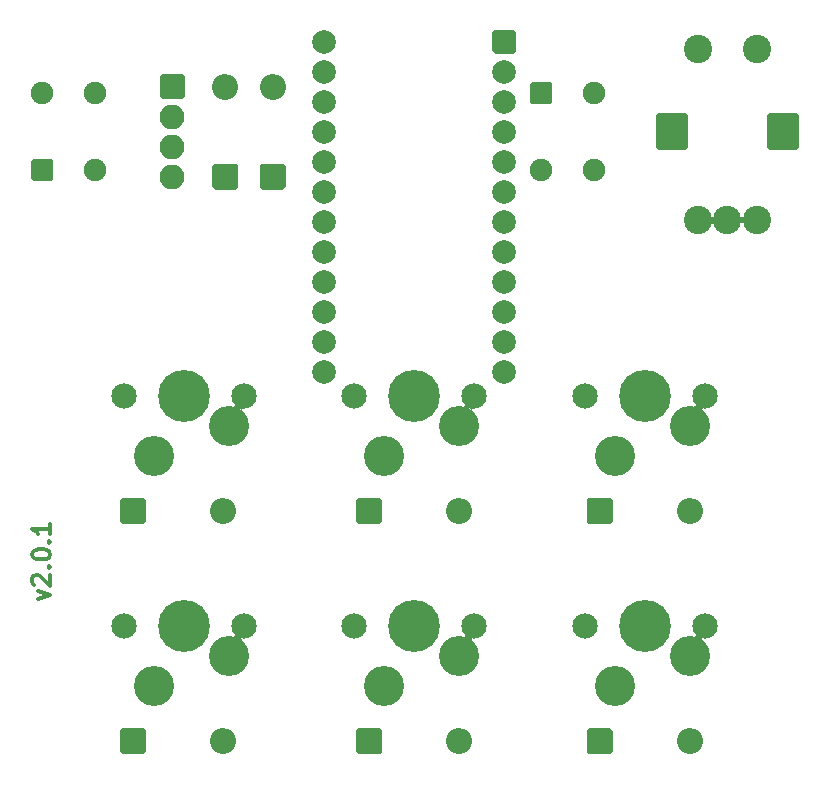
<source format=gbr>
%TF.GenerationSoftware,KiCad,Pcbnew,5.1.9-73d0e3b20d~88~ubuntu20.10.1*%
%TF.CreationDate,2021-04-24T17:05:30-07:00*%
%TF.ProjectId,macropad-v2_0_1,6d616372-6f70-4616-942d-76325f305f31,rev?*%
%TF.SameCoordinates,Original*%
%TF.FileFunction,Soldermask,Top*%
%TF.FilePolarity,Negative*%
%FSLAX46Y46*%
G04 Gerber Fmt 4.6, Leading zero omitted, Abs format (unit mm)*
G04 Created by KiCad (PCBNEW 5.1.9-73d0e3b20d~88~ubuntu20.10.1) date 2021-04-24 17:05:30*
%MOMM*%
%LPD*%
G01*
G04 APERTURE LIST*
%ADD10C,0.300000*%
%ADD11C,1.898000*%
%ADD12C,2.000000*%
%ADD13C,2.400000*%
%ADD14O,2.200000X2.200000*%
%ADD15O,2.100000X2.100000*%
%ADD16C,2.150000*%
%ADD17C,4.400000*%
%ADD18C,3.400000*%
%ADD19C,0.100000*%
G04 APERTURE END LIST*
D10*
X3178571Y-52214285D02*
X4178571Y-51857142D01*
X3178571Y-51500000D01*
X2821428Y-51000000D02*
X2750000Y-50928571D01*
X2678571Y-50785714D01*
X2678571Y-50428571D01*
X2750000Y-50285714D01*
X2821428Y-50214285D01*
X2964285Y-50142857D01*
X3107142Y-50142857D01*
X3321428Y-50214285D01*
X4178571Y-51071428D01*
X4178571Y-50142857D01*
X4035714Y-49500000D02*
X4107142Y-49428571D01*
X4178571Y-49500000D01*
X4107142Y-49571428D01*
X4035714Y-49500000D01*
X4178571Y-49500000D01*
X2678571Y-48500000D02*
X2678571Y-48357142D01*
X2750000Y-48214285D01*
X2821428Y-48142857D01*
X2964285Y-48071428D01*
X3250000Y-48000000D01*
X3607142Y-48000000D01*
X3892857Y-48071428D01*
X4035714Y-48142857D01*
X4107142Y-48214285D01*
X4178571Y-48357142D01*
X4178571Y-48500000D01*
X4107142Y-48642857D01*
X4035714Y-48714285D01*
X3892857Y-48785714D01*
X3607142Y-48857142D01*
X3250000Y-48857142D01*
X2964285Y-48785714D01*
X2821428Y-48714285D01*
X2750000Y-48642857D01*
X2678571Y-48500000D01*
X4035714Y-47357142D02*
X4107142Y-47285714D01*
X4178571Y-47357142D01*
X4107142Y-47428571D01*
X4035714Y-47357142D01*
X4178571Y-47357142D01*
X4178571Y-45857142D02*
X4178571Y-46714285D01*
X4178571Y-46285714D02*
X2678571Y-46285714D01*
X2892857Y-46428571D01*
X3035714Y-46571428D01*
X3107142Y-46714285D01*
X3178571Y-52214285D02*
X4178571Y-51857142D01*
X3178571Y-51500000D01*
X2821428Y-51000000D02*
X2750000Y-50928571D01*
X2678571Y-50785714D01*
X2678571Y-50428571D01*
X2750000Y-50285714D01*
X2821428Y-50214285D01*
X2964285Y-50142857D01*
X3107142Y-50142857D01*
X3321428Y-50214285D01*
X4178571Y-51071428D01*
X4178571Y-50142857D01*
X4035714Y-49500000D02*
X4107142Y-49428571D01*
X4178571Y-49500000D01*
X4107142Y-49571428D01*
X4035714Y-49500000D01*
X4178571Y-49500000D01*
X2678571Y-48500000D02*
X2678571Y-48357142D01*
X2750000Y-48214285D01*
X2821428Y-48142857D01*
X2964285Y-48071428D01*
X3250000Y-48000000D01*
X3607142Y-48000000D01*
X3892857Y-48071428D01*
X4035714Y-48142857D01*
X4107142Y-48214285D01*
X4178571Y-48357142D01*
X4178571Y-48500000D01*
X4107142Y-48642857D01*
X4035714Y-48714285D01*
X3892857Y-48785714D01*
X3607142Y-48857142D01*
X3250000Y-48857142D01*
X2964285Y-48785714D01*
X2821428Y-48714285D01*
X2750000Y-48642857D01*
X2678571Y-48500000D01*
X4035714Y-47357142D02*
X4107142Y-47285714D01*
X4178571Y-47357142D01*
X4107142Y-47428571D01*
X4035714Y-47357142D01*
X4178571Y-47357142D01*
X4178571Y-45857142D02*
X4178571Y-46714285D01*
X4178571Y-46285714D02*
X2678571Y-46285714D01*
X2892857Y-46428571D01*
X3035714Y-46571428D01*
X3107142Y-46714285D01*
D11*
%TO.C,SW9*%
X45750000Y-15875000D03*
X50250000Y-15875000D03*
G36*
G01*
X45001000Y-8426000D02*
X46499000Y-8426000D01*
G75*
G02*
X46699000Y-8626000I0J-200000D01*
G01*
X46699000Y-10124000D01*
G75*
G02*
X46499000Y-10324000I-200000J0D01*
G01*
X45001000Y-10324000D01*
G75*
G02*
X44801000Y-10124000I0J200000D01*
G01*
X44801000Y-8626000D01*
G75*
G02*
X45001000Y-8426000I200000J0D01*
G01*
G37*
X50250000Y-9375000D03*
%TD*%
%TO.C,SW8*%
X3500000Y-9375000D03*
X8000000Y-9375000D03*
G36*
G01*
X4249000Y-16824000D02*
X2751000Y-16824000D01*
G75*
G02*
X2551000Y-16624000I0J200000D01*
G01*
X2551000Y-15126000D01*
G75*
G02*
X2751000Y-14926000I200000J0D01*
G01*
X4249000Y-14926000D01*
G75*
G02*
X4449000Y-15126000I0J-200000D01*
G01*
X4449000Y-16624000D01*
G75*
G02*
X4249000Y-16824000I-200000J0D01*
G01*
G37*
X8000000Y-15875000D03*
%TD*%
%TO.C,U1*%
G36*
G01*
X41820000Y-4030000D02*
X43420000Y-4030000D01*
G75*
G02*
X43620000Y-4230000I0J-200000D01*
G01*
X43620000Y-5830000D01*
G75*
G02*
X43420000Y-6030000I-200000J0D01*
G01*
X41820000Y-6030000D01*
G75*
G02*
X41620000Y-5830000I0J200000D01*
G01*
X41620000Y-4230000D01*
G75*
G02*
X41820000Y-4030000I200000J0D01*
G01*
G37*
D12*
X42620000Y-7570000D03*
X42620000Y-10110000D03*
X42620000Y-12650000D03*
X42620000Y-15190000D03*
X42620000Y-17730000D03*
X42620000Y-20270000D03*
X42620000Y-22810000D03*
X42620000Y-25350000D03*
X42620000Y-27890000D03*
X42620000Y-30430000D03*
X42620000Y-32970000D03*
X27380000Y-32970000D03*
X27380000Y-30430000D03*
X27380000Y-27890000D03*
X27380000Y-25350000D03*
X27380000Y-22810000D03*
X27380000Y-20270000D03*
X27380000Y-17730000D03*
X27380000Y-15190000D03*
X27380000Y-12650000D03*
X27380000Y-10110000D03*
X27380000Y-7570000D03*
X27380000Y-5030000D03*
%TD*%
%TO.C,SW7*%
G36*
G01*
X64850000Y-13975000D02*
X64850000Y-11275000D01*
G75*
G02*
X65050000Y-11075000I200000J0D01*
G01*
X67350000Y-11075000D01*
G75*
G02*
X67550000Y-11275000I0J-200000D01*
G01*
X67550000Y-13975000D01*
G75*
G02*
X67350000Y-14175000I-200000J0D01*
G01*
X65050000Y-14175000D01*
G75*
G02*
X64850000Y-13975000I0J200000D01*
G01*
G37*
G36*
G01*
X55450000Y-13975000D02*
X55450000Y-11275000D01*
G75*
G02*
X55650000Y-11075000I200000J0D01*
G01*
X57950000Y-11075000D01*
G75*
G02*
X58150000Y-11275000I0J-200000D01*
G01*
X58150000Y-13975000D01*
G75*
G02*
X57950000Y-14175000I-200000J0D01*
G01*
X55650000Y-14175000D01*
G75*
G02*
X55450000Y-13975000I0J200000D01*
G01*
G37*
D13*
X59000000Y-20125000D03*
X61500000Y-20125000D03*
X64000000Y-20125000D03*
X59000000Y-5625000D03*
X64000000Y-5625000D03*
%TD*%
D14*
%TO.C,D1*%
X18810000Y-44750000D03*
G36*
G01*
X10090000Y-45650000D02*
X10090000Y-43850000D01*
G75*
G02*
X10290000Y-43650000I200000J0D01*
G01*
X12090000Y-43650000D01*
G75*
G02*
X12290000Y-43850000I0J-200000D01*
G01*
X12290000Y-45650000D01*
G75*
G02*
X12090000Y-45850000I-200000J0D01*
G01*
X10290000Y-45850000D01*
G75*
G02*
X10090000Y-45650000I0J200000D01*
G01*
G37*
%TD*%
%TO.C,D2*%
G36*
G01*
X30090000Y-45650000D02*
X30090000Y-43850000D01*
G75*
G02*
X30290000Y-43650000I200000J0D01*
G01*
X32090000Y-43650000D01*
G75*
G02*
X32290000Y-43850000I0J-200000D01*
G01*
X32290000Y-45650000D01*
G75*
G02*
X32090000Y-45850000I-200000J0D01*
G01*
X30290000Y-45850000D01*
G75*
G02*
X30090000Y-45650000I0J200000D01*
G01*
G37*
X38810000Y-44750000D03*
%TD*%
%TO.C,D3*%
X58310000Y-44750000D03*
G36*
G01*
X49590000Y-45650000D02*
X49590000Y-43850000D01*
G75*
G02*
X49790000Y-43650000I200000J0D01*
G01*
X51590000Y-43650000D01*
G75*
G02*
X51790000Y-43850000I0J-200000D01*
G01*
X51790000Y-45650000D01*
G75*
G02*
X51590000Y-45850000I-200000J0D01*
G01*
X49790000Y-45850000D01*
G75*
G02*
X49590000Y-45650000I0J200000D01*
G01*
G37*
%TD*%
%TO.C,D4*%
G36*
G01*
X10090000Y-65150000D02*
X10090000Y-63350000D01*
G75*
G02*
X10290000Y-63150000I200000J0D01*
G01*
X12090000Y-63150000D01*
G75*
G02*
X12290000Y-63350000I0J-200000D01*
G01*
X12290000Y-65150000D01*
G75*
G02*
X12090000Y-65350000I-200000J0D01*
G01*
X10290000Y-65350000D01*
G75*
G02*
X10090000Y-65150000I0J200000D01*
G01*
G37*
X18810000Y-64250000D03*
%TD*%
%TO.C,D5*%
G36*
G01*
X30090000Y-65150000D02*
X30090000Y-63350000D01*
G75*
G02*
X30290000Y-63150000I200000J0D01*
G01*
X32090000Y-63150000D01*
G75*
G02*
X32290000Y-63350000I0J-200000D01*
G01*
X32290000Y-65150000D01*
G75*
G02*
X32090000Y-65350000I-200000J0D01*
G01*
X30290000Y-65350000D01*
G75*
G02*
X30090000Y-65150000I0J200000D01*
G01*
G37*
X38810000Y-64250000D03*
%TD*%
%TO.C,D6*%
X58310000Y-64250000D03*
G36*
G01*
X49590000Y-65150000D02*
X49590000Y-63350000D01*
G75*
G02*
X49790000Y-63150000I200000J0D01*
G01*
X51590000Y-63150000D01*
G75*
G02*
X51790000Y-63350000I0J-200000D01*
G01*
X51790000Y-65150000D01*
G75*
G02*
X51590000Y-65350000I-200000J0D01*
G01*
X49790000Y-65350000D01*
G75*
G02*
X49590000Y-65150000I0J200000D01*
G01*
G37*
%TD*%
%TO.C,D7*%
G36*
G01*
X23900000Y-17535000D02*
X22100000Y-17535000D01*
G75*
G02*
X21900000Y-17335000I0J200000D01*
G01*
X21900000Y-15535000D01*
G75*
G02*
X22100000Y-15335000I200000J0D01*
G01*
X23900000Y-15335000D01*
G75*
G02*
X24100000Y-15535000I0J-200000D01*
G01*
X24100000Y-17335000D01*
G75*
G02*
X23900000Y-17535000I-200000J0D01*
G01*
G37*
X23000000Y-8815000D03*
%TD*%
%TO.C,D8*%
X19000000Y-8815000D03*
G36*
G01*
X19900000Y-17535000D02*
X18100000Y-17535000D01*
G75*
G02*
X17900000Y-17335000I0J200000D01*
G01*
X17900000Y-15535000D01*
G75*
G02*
X18100000Y-15335000I200000J0D01*
G01*
X19900000Y-15335000D01*
G75*
G02*
X20100000Y-15535000I0J-200000D01*
G01*
X20100000Y-17335000D01*
G75*
G02*
X19900000Y-17535000I-200000J0D01*
G01*
G37*
%TD*%
D15*
%TO.C,J1*%
X14520000Y-16435000D03*
X14520000Y-13895000D03*
X14520000Y-11355000D03*
G36*
G01*
X13470000Y-9665000D02*
X13470000Y-7965000D01*
G75*
G02*
X13670000Y-7765000I200000J0D01*
G01*
X15370000Y-7765000D01*
G75*
G02*
X15570000Y-7965000I0J-200000D01*
G01*
X15570000Y-9665000D01*
G75*
G02*
X15370000Y-9865000I-200000J0D01*
G01*
X13670000Y-9865000D01*
G75*
G02*
X13470000Y-9665000I0J200000D01*
G01*
G37*
%TD*%
D16*
%TO.C,SW1*%
X10420000Y-35000000D03*
X20580000Y-35000000D03*
D17*
X15500000Y-35000000D03*
D18*
X12960000Y-40080000D03*
X19310000Y-37540000D03*
%TD*%
%TO.C,SW2*%
X38810000Y-37540000D03*
X32460000Y-40080000D03*
D17*
X35000000Y-35000000D03*
D16*
X40080000Y-35000000D03*
X29920000Y-35000000D03*
%TD*%
D18*
%TO.C,SW3*%
X58310000Y-37540000D03*
X51960000Y-40080000D03*
D17*
X54500000Y-35000000D03*
D16*
X59580000Y-35000000D03*
X49420000Y-35000000D03*
%TD*%
%TO.C,SW4*%
X10420000Y-54500000D03*
X20580000Y-54500000D03*
D17*
X15500000Y-54500000D03*
D18*
X12960000Y-59580000D03*
X19310000Y-57040000D03*
%TD*%
%TO.C,SW5*%
X38810000Y-57040000D03*
X32460000Y-59580000D03*
D17*
X35000000Y-54500000D03*
D16*
X40080000Y-54500000D03*
X29920000Y-54500000D03*
%TD*%
%TO.C,SW6*%
X49420000Y-54500000D03*
X59580000Y-54500000D03*
D17*
X54500000Y-54500000D03*
D18*
X51960000Y-59580000D03*
X58310000Y-57040000D03*
%TD*%
D19*
G36*
X19797025Y-55227156D02*
G01*
X19899301Y-55329432D01*
X20074196Y-55446292D01*
X20268526Y-55526787D01*
X20472750Y-55567410D01*
X20474254Y-55568729D01*
X20473864Y-55570691D01*
X20472556Y-55571362D01*
X20453552Y-55573233D01*
X20435167Y-55578811D01*
X20418226Y-55587866D01*
X20403377Y-55600052D01*
X20391191Y-55614901D01*
X20382136Y-55631842D01*
X20376558Y-55650227D01*
X20374676Y-55669341D01*
X20376558Y-55688455D01*
X20382136Y-55706840D01*
X20391191Y-55723781D01*
X20400382Y-55734980D01*
X20400708Y-55736954D01*
X20399162Y-55738222D01*
X20397422Y-55737663D01*
X20387195Y-55727436D01*
X20110427Y-55542507D01*
X19802902Y-55415125D01*
X19706778Y-55396005D01*
X19705274Y-55394686D01*
X19705664Y-55392724D01*
X19707364Y-55392053D01*
X19721785Y-55393473D01*
X19740899Y-55391591D01*
X19759284Y-55386013D01*
X19776225Y-55376958D01*
X19791074Y-55364772D01*
X19803260Y-55349924D01*
X19812315Y-55332982D01*
X19817893Y-55314597D01*
X19819775Y-55295483D01*
X19817893Y-55276369D01*
X19812315Y-55257984D01*
X19803260Y-55241043D01*
X19794065Y-55229839D01*
X19793739Y-55227865D01*
X19795285Y-55226597D01*
X19797025Y-55227156D01*
G37*
G36*
X39297025Y-55227156D02*
G01*
X39399301Y-55329432D01*
X39574196Y-55446292D01*
X39768526Y-55526787D01*
X39972750Y-55567410D01*
X39974254Y-55568729D01*
X39973864Y-55570691D01*
X39972556Y-55571362D01*
X39953552Y-55573233D01*
X39935167Y-55578811D01*
X39918226Y-55587866D01*
X39903377Y-55600052D01*
X39891191Y-55614901D01*
X39882136Y-55631842D01*
X39876558Y-55650227D01*
X39874676Y-55669341D01*
X39876558Y-55688455D01*
X39882136Y-55706840D01*
X39891191Y-55723781D01*
X39900382Y-55734980D01*
X39900708Y-55736954D01*
X39899162Y-55738222D01*
X39897422Y-55737663D01*
X39887195Y-55727436D01*
X39610427Y-55542507D01*
X39302902Y-55415125D01*
X39206778Y-55396005D01*
X39205274Y-55394686D01*
X39205664Y-55392724D01*
X39207364Y-55392053D01*
X39221785Y-55393473D01*
X39240899Y-55391591D01*
X39259284Y-55386013D01*
X39276225Y-55376958D01*
X39291074Y-55364772D01*
X39303260Y-55349924D01*
X39312315Y-55332982D01*
X39317893Y-55314597D01*
X39319775Y-55295483D01*
X39317893Y-55276369D01*
X39312315Y-55257984D01*
X39303260Y-55241043D01*
X39294065Y-55229839D01*
X39293739Y-55227865D01*
X39295285Y-55226597D01*
X39297025Y-55227156D01*
G37*
G36*
X58797025Y-55227156D02*
G01*
X58899301Y-55329432D01*
X59074196Y-55446292D01*
X59268526Y-55526787D01*
X59472750Y-55567410D01*
X59474254Y-55568729D01*
X59473864Y-55570691D01*
X59472556Y-55571362D01*
X59453552Y-55573233D01*
X59435167Y-55578811D01*
X59418226Y-55587866D01*
X59403377Y-55600052D01*
X59391191Y-55614901D01*
X59382136Y-55631842D01*
X59376558Y-55650227D01*
X59374676Y-55669341D01*
X59376558Y-55688455D01*
X59382136Y-55706840D01*
X59391191Y-55723781D01*
X59400382Y-55734980D01*
X59400708Y-55736954D01*
X59399162Y-55738222D01*
X59397422Y-55737663D01*
X59387195Y-55727436D01*
X59110427Y-55542507D01*
X58802902Y-55415125D01*
X58706778Y-55396005D01*
X58705274Y-55394686D01*
X58705664Y-55392724D01*
X58707364Y-55392053D01*
X58721785Y-55393473D01*
X58740899Y-55391591D01*
X58759284Y-55386013D01*
X58776225Y-55376958D01*
X58791074Y-55364772D01*
X58803260Y-55349924D01*
X58812315Y-55332982D01*
X58817893Y-55314597D01*
X58819775Y-55295483D01*
X58817893Y-55276369D01*
X58812315Y-55257984D01*
X58803260Y-55241043D01*
X58794065Y-55229839D01*
X58793739Y-55227865D01*
X58795285Y-55226597D01*
X58797025Y-55227156D01*
G37*
G36*
X58797025Y-35727156D02*
G01*
X58899301Y-35829432D01*
X59074196Y-35946292D01*
X59268526Y-36026787D01*
X59472750Y-36067410D01*
X59474254Y-36068729D01*
X59473864Y-36070691D01*
X59472556Y-36071362D01*
X59453552Y-36073233D01*
X59435167Y-36078811D01*
X59418226Y-36087866D01*
X59403377Y-36100052D01*
X59391191Y-36114901D01*
X59382136Y-36131842D01*
X59376558Y-36150227D01*
X59374676Y-36169341D01*
X59376558Y-36188455D01*
X59382136Y-36206840D01*
X59391191Y-36223781D01*
X59400382Y-36234980D01*
X59400708Y-36236954D01*
X59399162Y-36238222D01*
X59397422Y-36237663D01*
X59387195Y-36227436D01*
X59110427Y-36042507D01*
X58802902Y-35915125D01*
X58706778Y-35896005D01*
X58705274Y-35894686D01*
X58705664Y-35892724D01*
X58707364Y-35892053D01*
X58721785Y-35893473D01*
X58740899Y-35891591D01*
X58759284Y-35886013D01*
X58776225Y-35876958D01*
X58791074Y-35864772D01*
X58803260Y-35849924D01*
X58812315Y-35832982D01*
X58817893Y-35814597D01*
X58819775Y-35795483D01*
X58817893Y-35776369D01*
X58812315Y-35757984D01*
X58803260Y-35741043D01*
X58794065Y-35729839D01*
X58793739Y-35727865D01*
X58795285Y-35726597D01*
X58797025Y-35727156D01*
G37*
G36*
X19797025Y-35727156D02*
G01*
X19899301Y-35829432D01*
X20074196Y-35946292D01*
X20268526Y-36026787D01*
X20472750Y-36067410D01*
X20474254Y-36068729D01*
X20473864Y-36070691D01*
X20472556Y-36071362D01*
X20453552Y-36073233D01*
X20435167Y-36078811D01*
X20418226Y-36087866D01*
X20403377Y-36100052D01*
X20391191Y-36114901D01*
X20382136Y-36131842D01*
X20376558Y-36150227D01*
X20374676Y-36169341D01*
X20376558Y-36188455D01*
X20382136Y-36206840D01*
X20391191Y-36223781D01*
X20400382Y-36234980D01*
X20400708Y-36236954D01*
X20399162Y-36238222D01*
X20397422Y-36237663D01*
X20387195Y-36227436D01*
X20110427Y-36042507D01*
X19802902Y-35915125D01*
X19706778Y-35896005D01*
X19705274Y-35894686D01*
X19705664Y-35892724D01*
X19707364Y-35892053D01*
X19721785Y-35893473D01*
X19740899Y-35891591D01*
X19759284Y-35886013D01*
X19776225Y-35876958D01*
X19791074Y-35864772D01*
X19803260Y-35849924D01*
X19812315Y-35832982D01*
X19817893Y-35814597D01*
X19819775Y-35795483D01*
X19817893Y-35776369D01*
X19812315Y-35757984D01*
X19803260Y-35741043D01*
X19794065Y-35729839D01*
X19793739Y-35727865D01*
X19795285Y-35726597D01*
X19797025Y-35727156D01*
G37*
G36*
X39297025Y-35727156D02*
G01*
X39399301Y-35829432D01*
X39574196Y-35946292D01*
X39768526Y-36026787D01*
X39972750Y-36067410D01*
X39974254Y-36068729D01*
X39973864Y-36070691D01*
X39972556Y-36071362D01*
X39953552Y-36073233D01*
X39935167Y-36078811D01*
X39918226Y-36087866D01*
X39903377Y-36100052D01*
X39891191Y-36114901D01*
X39882136Y-36131842D01*
X39876558Y-36150227D01*
X39874676Y-36169341D01*
X39876558Y-36188455D01*
X39882136Y-36206840D01*
X39891191Y-36223781D01*
X39900382Y-36234980D01*
X39900708Y-36236954D01*
X39899162Y-36238222D01*
X39897422Y-36237663D01*
X39887195Y-36227436D01*
X39610427Y-36042507D01*
X39302902Y-35915125D01*
X39206778Y-35896005D01*
X39205274Y-35894686D01*
X39205664Y-35892724D01*
X39207364Y-35892053D01*
X39221785Y-35893473D01*
X39240899Y-35891591D01*
X39259284Y-35886013D01*
X39276225Y-35876958D01*
X39291074Y-35864772D01*
X39303260Y-35849924D01*
X39312315Y-35832982D01*
X39317893Y-35814597D01*
X39319775Y-35795483D01*
X39317893Y-35776369D01*
X39312315Y-35757984D01*
X39303260Y-35741043D01*
X39294065Y-35729839D01*
X39293739Y-35727865D01*
X39295285Y-35726597D01*
X39297025Y-35727156D01*
G37*
G36*
X62848112Y-19800528D02*
G01*
X62848614Y-19802285D01*
X62807778Y-20007578D01*
X62807778Y-20242422D01*
X62848614Y-20447715D01*
X62847971Y-20449609D01*
X62846009Y-20449999D01*
X62844738Y-20448686D01*
X62840530Y-20434813D01*
X62831475Y-20417871D01*
X62819289Y-20403023D01*
X62804440Y-20390837D01*
X62787499Y-20381782D01*
X62769114Y-20376204D01*
X62750000Y-20374322D01*
X62730886Y-20376205D01*
X62712501Y-20381782D01*
X62695559Y-20390837D01*
X62680711Y-20403023D01*
X62668525Y-20417872D01*
X62659470Y-20434813D01*
X62655262Y-20448686D01*
X62653802Y-20450053D01*
X62651888Y-20449472D01*
X62651386Y-20447715D01*
X62692222Y-20242422D01*
X62692222Y-20007578D01*
X62651386Y-19802285D01*
X62652029Y-19800391D01*
X62653991Y-19800001D01*
X62655262Y-19801314D01*
X62659470Y-19815187D01*
X62668525Y-19832129D01*
X62680711Y-19846977D01*
X62695560Y-19859163D01*
X62712501Y-19868218D01*
X62730886Y-19873796D01*
X62750000Y-19875678D01*
X62769114Y-19873795D01*
X62787499Y-19868218D01*
X62804441Y-19859163D01*
X62819289Y-19846977D01*
X62831475Y-19832128D01*
X62840530Y-19815187D01*
X62844738Y-19801314D01*
X62846198Y-19799947D01*
X62848112Y-19800528D01*
G37*
G36*
X60348112Y-19800528D02*
G01*
X60348614Y-19802285D01*
X60307778Y-20007578D01*
X60307778Y-20242422D01*
X60348614Y-20447715D01*
X60347971Y-20449609D01*
X60346009Y-20449999D01*
X60344738Y-20448686D01*
X60340530Y-20434813D01*
X60331475Y-20417871D01*
X60319289Y-20403023D01*
X60304440Y-20390837D01*
X60287499Y-20381782D01*
X60269114Y-20376204D01*
X60250000Y-20374322D01*
X60230886Y-20376205D01*
X60212501Y-20381782D01*
X60195559Y-20390837D01*
X60180711Y-20403023D01*
X60168525Y-20417872D01*
X60159470Y-20434813D01*
X60155262Y-20448686D01*
X60153802Y-20450053D01*
X60151888Y-20449472D01*
X60151386Y-20447715D01*
X60192222Y-20242422D01*
X60192222Y-20007578D01*
X60151386Y-19802285D01*
X60152029Y-19800391D01*
X60153991Y-19800001D01*
X60155262Y-19801314D01*
X60159470Y-19815187D01*
X60168525Y-19832129D01*
X60180711Y-19846977D01*
X60195560Y-19859163D01*
X60212501Y-19868218D01*
X60230886Y-19873796D01*
X60250000Y-19875678D01*
X60269114Y-19873795D01*
X60287499Y-19868218D01*
X60304441Y-19859163D01*
X60319289Y-19846977D01*
X60331475Y-19832128D01*
X60340530Y-19815187D01*
X60344738Y-19801314D01*
X60346198Y-19799947D01*
X60348112Y-19800528D01*
G37*
M02*

</source>
